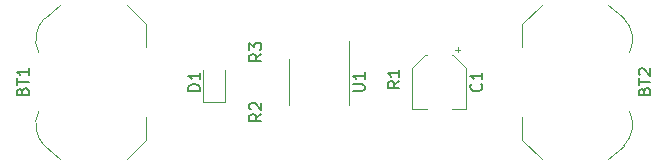
<source format=gbr>
G04 #@! TF.GenerationSoftware,KiCad,Pcbnew,(5.0.2)-1*
G04 #@! TF.CreationDate,2020-05-24T20:53:21+05:30*
G04 #@! TF.ProjectId,555 Timer LED Flasher,35353520-5469-46d6-9572-204c45442046,V1.0*
G04 #@! TF.SameCoordinates,Original*
G04 #@! TF.FileFunction,Legend,Top*
G04 #@! TF.FilePolarity,Positive*
%FSLAX46Y46*%
G04 Gerber Fmt 4.6, Leading zero omitted, Abs format (unit mm)*
G04 Created by KiCad (PCBNEW (5.0.2)-1) date 05/24/20 20:53:21*
%MOMM*%
%LPD*%
G01*
G04 APERTURE LIST*
%ADD10C,0.120000*%
%ADD11C,0.150000*%
G04 APERTURE END LIST*
D10*
G04 #@! TO.C,BT1*
X124646979Y-105900983D02*
X123296979Y-104750983D01*
X124646979Y-92800983D02*
X123296979Y-93950983D01*
X131896979Y-94450983D02*
X131896979Y-96350983D01*
X131896979Y-104250983D02*
X131896979Y-102350983D01*
X131896979Y-104250983D02*
X130246979Y-105900983D01*
X130246979Y-92800983D02*
X131896979Y-94450983D01*
X122800521Y-101852677D02*
G75*
G03X123296979Y-104750983I2296458J-1098306D01*
G01*
X122799372Y-96846885D02*
G75*
G02X123296979Y-93950983I2297607J1095902D01*
G01*
G04 #@! TO.C,BT2*
X172834586Y-101855081D02*
G75*
G02X172336979Y-104750983I-2297607J-1095902D01*
G01*
X172833437Y-96849289D02*
G75*
G03X172336979Y-93950983I-2296458J1098306D01*
G01*
X165386979Y-105900983D02*
X163736979Y-104250983D01*
X163736979Y-94450983D02*
X165386979Y-92800983D01*
X163736979Y-94450983D02*
X163736979Y-96350983D01*
X163736979Y-104250983D02*
X163736979Y-102350983D01*
X170986979Y-105900983D02*
X172336979Y-104750983D01*
X170986979Y-92800983D02*
X172336979Y-93950983D01*
G04 #@! TO.C,C1*
X154446979Y-101610983D02*
X155646979Y-101610983D01*
X158966979Y-101610983D02*
X157766979Y-101610983D01*
X158966979Y-98155420D02*
X158966979Y-101610983D01*
X154446979Y-98155420D02*
X154446979Y-101610983D01*
X155511416Y-97090983D02*
X155646979Y-97090983D01*
X157902542Y-97090983D02*
X157766979Y-97090983D01*
X157902542Y-97090983D02*
X158966979Y-98155420D01*
X155511416Y-97090983D02*
X154446979Y-98155420D01*
X158266979Y-96350983D02*
X158266979Y-96850983D01*
X158516979Y-96600983D02*
X158016979Y-96600983D01*
G04 #@! TO.C,D1*
X136696979Y-98350983D02*
X136696979Y-101035983D01*
X136696979Y-101035983D02*
X138616979Y-101035983D01*
X138616979Y-101035983D02*
X138616979Y-98350983D01*
G04 #@! TO.C,U1*
X143986979Y-99350983D02*
X143986979Y-101300983D01*
X143986979Y-99350983D02*
X143986979Y-97400983D01*
X149106979Y-99350983D02*
X149106979Y-101300983D01*
X149106979Y-99350983D02*
X149106979Y-95900983D01*
G04 #@! TO.C,BT1*
D11*
X121425550Y-100136697D02*
X121473169Y-99993840D01*
X121520788Y-99946221D01*
X121616026Y-99898602D01*
X121758883Y-99898602D01*
X121854121Y-99946221D01*
X121901740Y-99993840D01*
X121949359Y-100089078D01*
X121949359Y-100470030D01*
X120949359Y-100470030D01*
X120949359Y-100136697D01*
X120996979Y-100041459D01*
X121044598Y-99993840D01*
X121139836Y-99946221D01*
X121235074Y-99946221D01*
X121330312Y-99993840D01*
X121377931Y-100041459D01*
X121425550Y-100136697D01*
X121425550Y-100470030D01*
X120949359Y-99612887D02*
X120949359Y-99041459D01*
X121949359Y-99327173D02*
X120949359Y-99327173D01*
X121949359Y-98184316D02*
X121949359Y-98755744D01*
X121949359Y-98470030D02*
X120949359Y-98470030D01*
X121092217Y-98565268D01*
X121187455Y-98660506D01*
X121235074Y-98755744D01*
G04 #@! TO.C,BT2*
X174065550Y-100136697D02*
X174113169Y-99993840D01*
X174160788Y-99946221D01*
X174256026Y-99898602D01*
X174398883Y-99898602D01*
X174494121Y-99946221D01*
X174541740Y-99993840D01*
X174589359Y-100089078D01*
X174589359Y-100470030D01*
X173589359Y-100470030D01*
X173589359Y-100136697D01*
X173636979Y-100041459D01*
X173684598Y-99993840D01*
X173779836Y-99946221D01*
X173875074Y-99946221D01*
X173970312Y-99993840D01*
X174017931Y-100041459D01*
X174065550Y-100136697D01*
X174065550Y-100470030D01*
X173589359Y-99612887D02*
X173589359Y-99041459D01*
X174589359Y-99327173D02*
X173589359Y-99327173D01*
X173684598Y-98755744D02*
X173636979Y-98708125D01*
X173589359Y-98612887D01*
X173589359Y-98374792D01*
X173636979Y-98279554D01*
X173684598Y-98231935D01*
X173779836Y-98184316D01*
X173875074Y-98184316D01*
X174017931Y-98231935D01*
X174589359Y-98803363D01*
X174589359Y-98184316D01*
G04 #@! TO.C,C1*
X160264121Y-99517649D02*
X160311740Y-99565268D01*
X160359359Y-99708125D01*
X160359359Y-99803363D01*
X160311740Y-99946221D01*
X160216502Y-100041459D01*
X160121264Y-100089078D01*
X159930788Y-100136697D01*
X159787931Y-100136697D01*
X159597455Y-100089078D01*
X159502217Y-100041459D01*
X159406979Y-99946221D01*
X159359359Y-99803363D01*
X159359359Y-99708125D01*
X159406979Y-99565268D01*
X159454598Y-99517649D01*
X160359359Y-98565268D02*
X160359359Y-99136697D01*
X160359359Y-98850983D02*
X159359359Y-98850983D01*
X159502217Y-98946221D01*
X159597455Y-99041459D01*
X159645074Y-99136697D01*
G04 #@! TO.C,D1*
X136459359Y-100089078D02*
X135459359Y-100089078D01*
X135459359Y-99850983D01*
X135506979Y-99708125D01*
X135602217Y-99612887D01*
X135697455Y-99565268D01*
X135887931Y-99517649D01*
X136030788Y-99517649D01*
X136221264Y-99565268D01*
X136316502Y-99612887D01*
X136411740Y-99708125D01*
X136459359Y-99850983D01*
X136459359Y-100089078D01*
X136459359Y-98565268D02*
X136459359Y-99136697D01*
X136459359Y-98850983D02*
X135459359Y-98850983D01*
X135602217Y-98946221D01*
X135697455Y-99041459D01*
X135745074Y-99136697D01*
G04 #@! TO.C,R1*
X153349359Y-99267649D02*
X152873169Y-99600983D01*
X153349359Y-99839078D02*
X152349359Y-99839078D01*
X152349359Y-99458125D01*
X152396979Y-99362887D01*
X152444598Y-99315268D01*
X152539836Y-99267649D01*
X152682693Y-99267649D01*
X152777931Y-99315268D01*
X152825550Y-99362887D01*
X152873169Y-99458125D01*
X152873169Y-99839078D01*
X153349359Y-98315268D02*
X153349359Y-98886697D01*
X153349359Y-98600983D02*
X152349359Y-98600983D01*
X152492217Y-98696221D01*
X152587455Y-98791459D01*
X152635074Y-98886697D01*
G04 #@! TO.C,R2*
X141649359Y-102057649D02*
X141173169Y-102390983D01*
X141649359Y-102629078D02*
X140649359Y-102629078D01*
X140649359Y-102248125D01*
X140696979Y-102152887D01*
X140744598Y-102105268D01*
X140839836Y-102057649D01*
X140982693Y-102057649D01*
X141077931Y-102105268D01*
X141125550Y-102152887D01*
X141173169Y-102248125D01*
X141173169Y-102629078D01*
X140744598Y-101676697D02*
X140696979Y-101629078D01*
X140649359Y-101533840D01*
X140649359Y-101295744D01*
X140696979Y-101200506D01*
X140744598Y-101152887D01*
X140839836Y-101105268D01*
X140935074Y-101105268D01*
X141077931Y-101152887D01*
X141649359Y-101724316D01*
X141649359Y-101105268D01*
G04 #@! TO.C,R3*
X141649359Y-96977649D02*
X141173169Y-97310983D01*
X141649359Y-97549078D02*
X140649359Y-97549078D01*
X140649359Y-97168125D01*
X140696979Y-97072887D01*
X140744598Y-97025268D01*
X140839836Y-96977649D01*
X140982693Y-96977649D01*
X141077931Y-97025268D01*
X141125550Y-97072887D01*
X141173169Y-97168125D01*
X141173169Y-97549078D01*
X140649359Y-96644316D02*
X140649359Y-96025268D01*
X141030312Y-96358602D01*
X141030312Y-96215744D01*
X141077931Y-96120506D01*
X141125550Y-96072887D01*
X141220788Y-96025268D01*
X141458883Y-96025268D01*
X141554121Y-96072887D01*
X141601740Y-96120506D01*
X141649359Y-96215744D01*
X141649359Y-96501459D01*
X141601740Y-96596697D01*
X141554121Y-96644316D01*
G04 #@! TO.C,U1*
X149399359Y-100112887D02*
X150208883Y-100112887D01*
X150304121Y-100065268D01*
X150351740Y-100017649D01*
X150399359Y-99922411D01*
X150399359Y-99731935D01*
X150351740Y-99636697D01*
X150304121Y-99589078D01*
X150208883Y-99541459D01*
X149399359Y-99541459D01*
X150399359Y-98541459D02*
X150399359Y-99112887D01*
X150399359Y-98827173D02*
X149399359Y-98827173D01*
X149542217Y-98922411D01*
X149637455Y-99017649D01*
X149685074Y-99112887D01*
G04 #@! TD*
M02*

</source>
